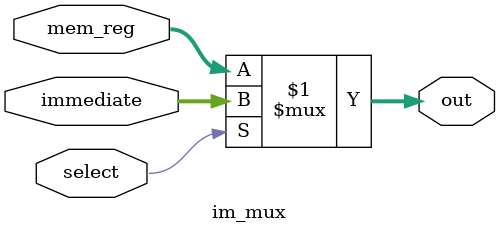
<source format=v>
`timescale 1ns / 1ps

module im_mux (
		input [31:0] mem_reg,
		input [31:0] immediate,
		input select,
		output [31:0] out
			   );
	assign out = select ? immediate : mem_reg;
endmodule

</source>
